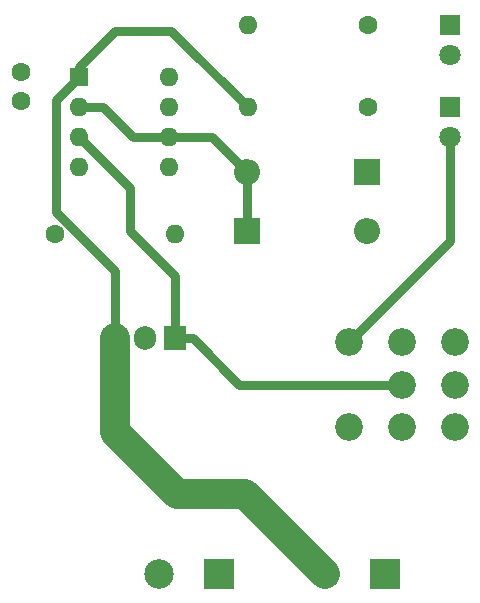
<source format=gbr>
%TF.GenerationSoftware,KiCad,Pcbnew,(6.0.2)*%
%TF.CreationDate,2022-03-20T03:02:45+03:00*%
%TF.ProjectId,NE555_PWM_Driver,4e453535-355f-4505-974d-5f4472697665,rev?*%
%TF.SameCoordinates,Original*%
%TF.FileFunction,Copper,L2,Bot*%
%TF.FilePolarity,Positive*%
%FSLAX46Y46*%
G04 Gerber Fmt 4.6, Leading zero omitted, Abs format (unit mm)*
G04 Created by KiCad (PCBNEW (6.0.2)) date 2022-03-20 03:02:45*
%MOMM*%
%LPD*%
G01*
G04 APERTURE LIST*
%TA.AperFunction,ComponentPad*%
%ADD10R,2.500000X2.500000*%
%TD*%
%TA.AperFunction,ComponentPad*%
%ADD11C,2.500000*%
%TD*%
%TA.AperFunction,ComponentPad*%
%ADD12R,1.800000X1.800000*%
%TD*%
%TA.AperFunction,ComponentPad*%
%ADD13C,1.800000*%
%TD*%
%TA.AperFunction,ComponentPad*%
%ADD14C,1.600000*%
%TD*%
%TA.AperFunction,ComponentPad*%
%ADD15O,1.600000X1.600000*%
%TD*%
%TA.AperFunction,ComponentPad*%
%ADD16R,2.200000X2.200000*%
%TD*%
%TA.AperFunction,ComponentPad*%
%ADD17O,2.200000X2.200000*%
%TD*%
%TA.AperFunction,ComponentPad*%
%ADD18R,1.600000X1.600000*%
%TD*%
%TA.AperFunction,ComponentPad*%
%ADD19R,1.905000X2.000000*%
%TD*%
%TA.AperFunction,ComponentPad*%
%ADD20O,1.905000X2.000000*%
%TD*%
%TA.AperFunction,ComponentPad*%
%ADD21C,2.340000*%
%TD*%
%TA.AperFunction,Conductor*%
%ADD22C,0.750000*%
%TD*%
%TA.AperFunction,Conductor*%
%ADD23C,2.500000*%
%TD*%
G04 APERTURE END LIST*
D10*
%TO.P,J1,1,Pin_1*%
%TO.N,Net-(J1-Pad1)*%
X186545000Y-120000000D03*
D11*
%TO.P,J1,2,Pin_2*%
%TO.N,GND*%
X181465000Y-120000000D03*
%TD*%
D12*
%TO.P,D4,1,K*%
%TO.N,Net-(D4-Pad1)*%
X192080000Y-80500000D03*
D13*
%TO.P,D4,2,A*%
%TO.N,VCC*%
X192080000Y-83040000D03*
%TD*%
D14*
%TO.P,R2,1*%
%TO.N,VCC*%
X158670000Y-91250000D03*
D15*
%TO.P,R2,2*%
%TO.N,Net-(R2-Pad2)*%
X168830000Y-91250000D03*
%TD*%
D14*
%TO.P,R4,1*%
%TO.N,Net-(D4-Pad1)*%
X185160000Y-80500000D03*
D15*
%TO.P,R4,2*%
%TO.N,GND*%
X175000000Y-80500000D03*
%TD*%
D12*
%TO.P,D3,1,K*%
%TO.N,Net-(D3-Pad1)*%
X192080000Y-73500000D03*
D13*
%TO.P,D3,2,A*%
%TO.N,OUT*%
X192080000Y-76040000D03*
%TD*%
D16*
%TO.P,D1,1,K*%
%TO.N,pin_2*%
X174920000Y-91000000D03*
D17*
%TO.P,D1,2,A*%
%TO.N,Net-(D1-Pad2)*%
X185080000Y-91000000D03*
%TD*%
D18*
%TO.P,U1,1,GND*%
%TO.N,GND*%
X160670000Y-77920000D03*
D15*
%TO.P,U1,2,TR*%
%TO.N,pin_2*%
X160670000Y-80460000D03*
%TO.P,U1,3,Q*%
%TO.N,OUT*%
X160670000Y-83000000D03*
%TO.P,U1,4,R*%
%TO.N,VCC*%
X160670000Y-85540000D03*
%TO.P,U1,5,CV*%
%TO.N,unconnected-(U1-Pad5)*%
X168290000Y-85540000D03*
%TO.P,U1,6,THR*%
%TO.N,pin_2*%
X168290000Y-83000000D03*
%TO.P,U1,7,DIS*%
%TO.N,Net-(R2-Pad2)*%
X168290000Y-80460000D03*
%TO.P,U1,8,VCC*%
%TO.N,VCC*%
X168290000Y-77920000D03*
%TD*%
D19*
%TO.P,Q1,1,G*%
%TO.N,OUT*%
X168790000Y-100055000D03*
D20*
%TO.P,Q1,2,D*%
%TO.N,Net-(J2-Pad2)*%
X166250000Y-100055000D03*
%TO.P,Q1,3,S*%
%TO.N,GND*%
X163710000Y-100055000D03*
%TD*%
D21*
%TO.P,R1,1,1*%
%TO.N,unconnected-(R1-Pad1)*%
X192500000Y-107600000D03*
%TO.P,R1,2,2*%
%TO.N,unconnected-(R1-Pad2)*%
X192500000Y-104000000D03*
%TO.P,R1,3,3*%
%TO.N,unconnected-(R1-Pad3)*%
X192500000Y-100400000D03*
%TO.P,R1,4,4*%
%TO.N,Net-(D1-Pad2)*%
X188000000Y-107600000D03*
%TO.P,R1,5,5*%
%TO.N,OUT*%
X188000000Y-104000000D03*
%TO.P,R1,6,6*%
%TO.N,Net-(D2-Pad1)*%
X188000000Y-100400000D03*
%TO.P,R1,7*%
%TO.N,Net-(J1-Pad1)*%
X183500000Y-107600000D03*
%TO.P,R1,8*%
%TO.N,VCC*%
X183500000Y-100400000D03*
%TD*%
D14*
%TO.P,C1,1*%
%TO.N,pin_2*%
X155750000Y-80000000D03*
%TO.P,C1,2*%
%TO.N,GND*%
X155750000Y-77500000D03*
%TD*%
D10*
%TO.P,J2,1,Pin_1*%
%TO.N,VCC*%
X172545000Y-120000000D03*
D11*
%TO.P,J2,2,Pin_2*%
%TO.N,Net-(J2-Pad2)*%
X167465000Y-120000000D03*
%TD*%
D16*
%TO.P,D2,1,K*%
%TO.N,Net-(D2-Pad1)*%
X185080000Y-86000000D03*
D17*
%TO.P,D2,2,A*%
%TO.N,pin_2*%
X174920000Y-86000000D03*
%TD*%
D14*
%TO.P,R3,1*%
%TO.N,Net-(D3-Pad1)*%
X185160000Y-73500000D03*
D15*
%TO.P,R3,2*%
%TO.N,GND*%
X175000000Y-73500000D03*
%TD*%
D22*
%TO.N,pin_2*%
X165250000Y-83000000D02*
X168290000Y-83000000D01*
X171920000Y-83000000D02*
X174920000Y-86000000D01*
X168290000Y-83000000D02*
X171920000Y-83000000D01*
X174920000Y-86000000D02*
X174920000Y-91000000D01*
X160670000Y-80460000D02*
X162710000Y-80460000D01*
X162710000Y-80460000D02*
X165250000Y-83000000D01*
%TO.N,GND*%
X163710000Y-94346147D02*
X158750000Y-89386147D01*
D23*
X169000000Y-113250000D02*
X163710000Y-107960000D01*
D22*
X160670000Y-77920000D02*
X160670000Y-77080000D01*
D23*
X163710000Y-108000000D02*
X163710000Y-100055000D01*
X174715000Y-113250000D02*
X169000000Y-113250000D01*
D22*
X163750000Y-74000000D02*
X168500000Y-74000000D01*
X163710000Y-100055000D02*
X163710000Y-94346147D01*
X160670000Y-77080000D02*
X163750000Y-74000000D01*
X158750000Y-89386147D02*
X158750000Y-79840000D01*
D23*
X181465000Y-120000000D02*
X174715000Y-113250000D01*
D22*
X158750000Y-79840000D02*
X160670000Y-77920000D01*
X168500000Y-74000000D02*
X175000000Y-80500000D01*
%TO.N,OUT*%
X168790000Y-100055000D02*
X170305000Y-100055000D01*
X170305000Y-100055000D02*
X174250000Y-104000000D01*
X160670000Y-83000000D02*
X165000000Y-87330000D01*
X165000000Y-91000000D02*
X168790000Y-94790000D01*
X168790000Y-94790000D02*
X168790000Y-100055000D01*
X174250000Y-104000000D02*
X188000000Y-104000000D01*
X165000000Y-87330000D02*
X165000000Y-91000000D01*
%TO.N,VCC*%
X192080000Y-91820000D02*
X192080000Y-83040000D01*
X183500000Y-100400000D02*
X192080000Y-91820000D01*
%TD*%
M02*

</source>
